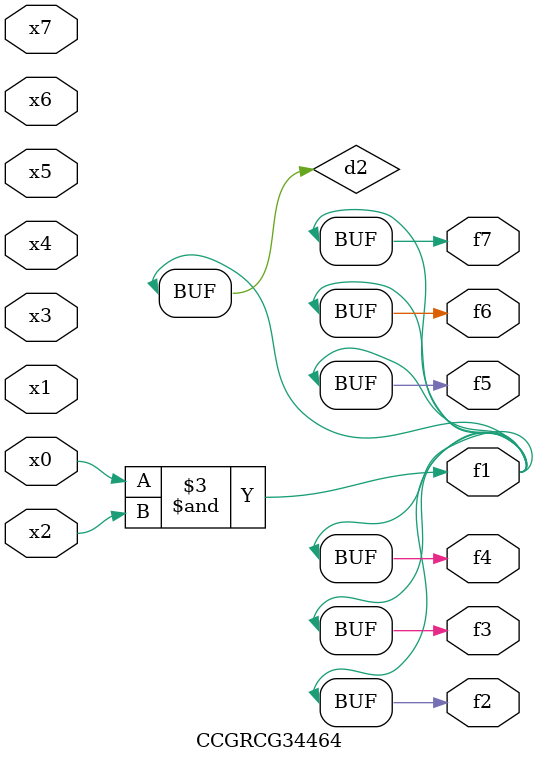
<source format=v>
module CCGRCG34464(
	input x0, x1, x2, x3, x4, x5, x6, x7,
	output f1, f2, f3, f4, f5, f6, f7
);

	wire d1, d2;

	nor (d1, x3, x6);
	and (d2, x0, x2);
	assign f1 = d2;
	assign f2 = d2;
	assign f3 = d2;
	assign f4 = d2;
	assign f5 = d2;
	assign f6 = d2;
	assign f7 = d2;
endmodule

</source>
